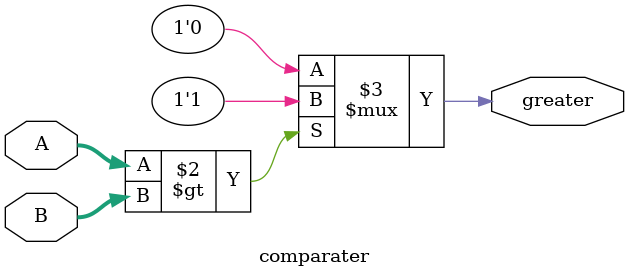
<source format=v>
`timescale 1ns / 1ps


module comparater(input [31:0] A, B,
                  output reg greater);
always @(A,B)
begin
    greater <= 0;
    if(A > B)
    begin
        greater <= 1;
    end
end
endmodule

</source>
